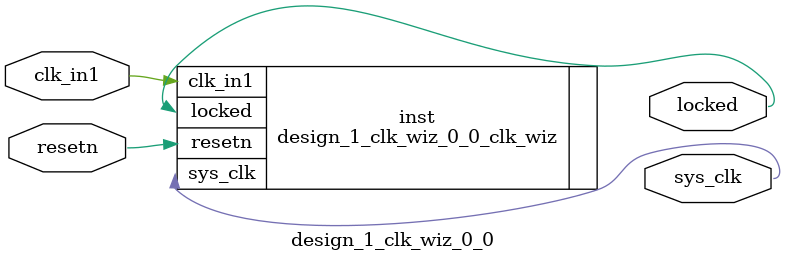
<source format=v>


`timescale 1ps/1ps

(* CORE_GENERATION_INFO = "design_1_clk_wiz_0_0,clk_wiz_v6_0_4_0_0,{component_name=design_1_clk_wiz_0_0,use_phase_alignment=true,use_min_o_jitter=false,use_max_i_jitter=false,use_dyn_phase_shift=false,use_inclk_switchover=false,use_dyn_reconfig=false,enable_axi=0,feedback_source=FDBK_AUTO,PRIMITIVE=MMCM,num_out_clk=1,clkin1_period=10.000,clkin2_period=10.000,use_power_down=false,use_reset=true,use_locked=true,use_inclk_stopped=false,feedback_type=SINGLE,CLOCK_MGR_TYPE=NA,manual_override=false}" *)

module design_1_clk_wiz_0_0 
 (
  // Clock out ports
  output        sys_clk,
  // Status and control signals
  input         resetn,
  output        locked,
 // Clock in ports
  input         clk_in1
 );

  design_1_clk_wiz_0_0_clk_wiz inst
  (
  // Clock out ports  
  .sys_clk(sys_clk),
  // Status and control signals               
  .resetn(resetn), 
  .locked(locked),
 // Clock in ports
  .clk_in1(clk_in1)
  );

endmodule

</source>
